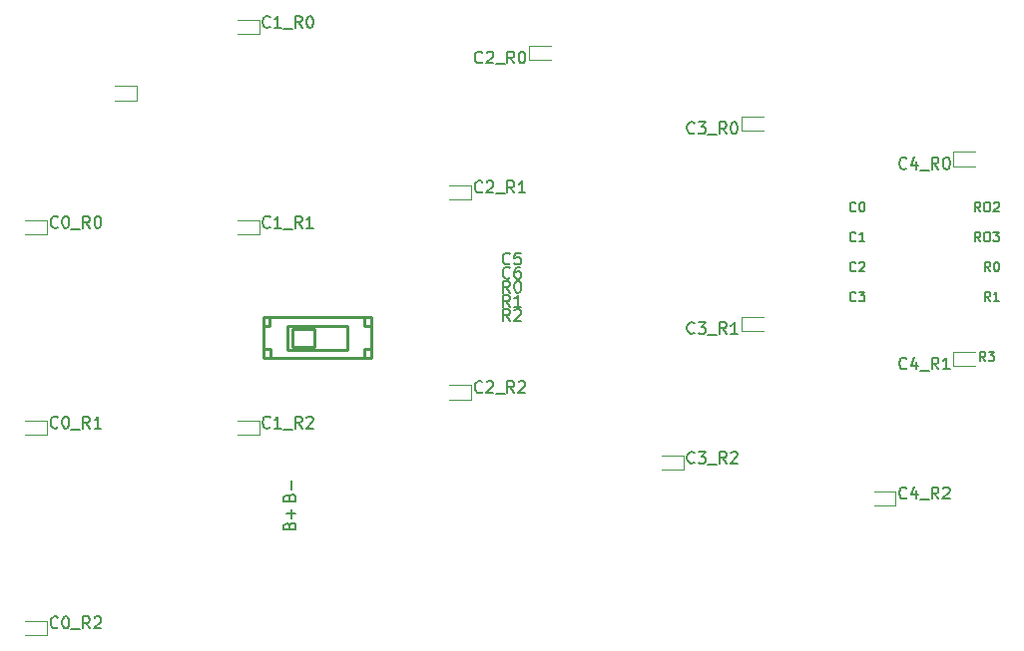
<source format=gbr>
%TF.GenerationSoftware,KiCad,Pcbnew,7.0.6-0*%
%TF.CreationDate,2023-08-01T13:28:47+08:00*%
%TF.ProjectId,left,6c656674-2e6b-4696-9361-645f70636258,v1.0.0*%
%TF.SameCoordinates,Original*%
%TF.FileFunction,Legend,Bot*%
%TF.FilePolarity,Positive*%
%FSLAX46Y46*%
G04 Gerber Fmt 4.6, Leading zero omitted, Abs format (unit mm)*
G04 Created by KiCad (PCBNEW 7.0.6-0) date 2023-08-01 13:28:47*
%MOMM*%
%LPD*%
G01*
G04 APERTURE LIST*
%ADD10C,0.150000*%
%ADD11C,0.120000*%
%ADD12C,0.254000*%
G04 APERTURE END LIST*
D10*
X70476190Y41640419D02*
X70428571Y41592800D01*
X70428571Y41592800D02*
X70285714Y41545180D01*
X70285714Y41545180D02*
X70190476Y41545180D01*
X70190476Y41545180D02*
X70047619Y41592800D01*
X70047619Y41592800D02*
X69952381Y41688038D01*
X69952381Y41688038D02*
X69904762Y41783276D01*
X69904762Y41783276D02*
X69857143Y41973752D01*
X69857143Y41973752D02*
X69857143Y42116609D01*
X69857143Y42116609D02*
X69904762Y42307085D01*
X69904762Y42307085D02*
X69952381Y42402323D01*
X69952381Y42402323D02*
X70047619Y42497561D01*
X70047619Y42497561D02*
X70190476Y42545180D01*
X70190476Y42545180D02*
X70285714Y42545180D01*
X70285714Y42545180D02*
X70428571Y42497561D01*
X70428571Y42497561D02*
X70476190Y42449942D01*
X71333333Y42211847D02*
X71333333Y41545180D01*
X71095238Y42592800D02*
X70857143Y41878514D01*
X70857143Y41878514D02*
X71476190Y41878514D01*
X71619048Y41449942D02*
X72380952Y41449942D01*
X73190476Y41545180D02*
X72857143Y42021371D01*
X72619048Y41545180D02*
X72619048Y42545180D01*
X72619048Y42545180D02*
X73000000Y42545180D01*
X73000000Y42545180D02*
X73095238Y42497561D01*
X73095238Y42497561D02*
X73142857Y42449942D01*
X73142857Y42449942D02*
X73190476Y42354704D01*
X73190476Y42354704D02*
X73190476Y42211847D01*
X73190476Y42211847D02*
X73142857Y42116609D01*
X73142857Y42116609D02*
X73095238Y42068990D01*
X73095238Y42068990D02*
X73000000Y42021371D01*
X73000000Y42021371D02*
X72619048Y42021371D01*
X73809524Y42545180D02*
X73904762Y42545180D01*
X73904762Y42545180D02*
X74000000Y42497561D01*
X74000000Y42497561D02*
X74047619Y42449942D01*
X74047619Y42449942D02*
X74095238Y42354704D01*
X74095238Y42354704D02*
X74142857Y42164228D01*
X74142857Y42164228D02*
X74142857Y41926133D01*
X74142857Y41926133D02*
X74095238Y41735657D01*
X74095238Y41735657D02*
X74047619Y41640419D01*
X74047619Y41640419D02*
X74000000Y41592800D01*
X74000000Y41592800D02*
X73904762Y41545180D01*
X73904762Y41545180D02*
X73809524Y41545180D01*
X73809524Y41545180D02*
X73714286Y41592800D01*
X73714286Y41592800D02*
X73666667Y41640419D01*
X73666667Y41640419D02*
X73619048Y41735657D01*
X73619048Y41735657D02*
X73571429Y41926133D01*
X73571429Y41926133D02*
X73571429Y42164228D01*
X73571429Y42164228D02*
X73619048Y42354704D01*
X73619048Y42354704D02*
X73666667Y42449942D01*
X73666667Y42449942D02*
X73714286Y42497561D01*
X73714286Y42497561D02*
X73809524Y42545180D01*
X70476190Y24640419D02*
X70428571Y24592800D01*
X70428571Y24592800D02*
X70285714Y24545180D01*
X70285714Y24545180D02*
X70190476Y24545180D01*
X70190476Y24545180D02*
X70047619Y24592800D01*
X70047619Y24592800D02*
X69952381Y24688038D01*
X69952381Y24688038D02*
X69904762Y24783276D01*
X69904762Y24783276D02*
X69857143Y24973752D01*
X69857143Y24973752D02*
X69857143Y25116609D01*
X69857143Y25116609D02*
X69904762Y25307085D01*
X69904762Y25307085D02*
X69952381Y25402323D01*
X69952381Y25402323D02*
X70047619Y25497561D01*
X70047619Y25497561D02*
X70190476Y25545180D01*
X70190476Y25545180D02*
X70285714Y25545180D01*
X70285714Y25545180D02*
X70428571Y25497561D01*
X70428571Y25497561D02*
X70476190Y25449942D01*
X71333333Y25211847D02*
X71333333Y24545180D01*
X71095238Y25592800D02*
X70857143Y24878514D01*
X70857143Y24878514D02*
X71476190Y24878514D01*
X71619048Y24449942D02*
X72380952Y24449942D01*
X73190476Y24545180D02*
X72857143Y25021371D01*
X72619048Y24545180D02*
X72619048Y25545180D01*
X72619048Y25545180D02*
X73000000Y25545180D01*
X73000000Y25545180D02*
X73095238Y25497561D01*
X73095238Y25497561D02*
X73142857Y25449942D01*
X73142857Y25449942D02*
X73190476Y25354704D01*
X73190476Y25354704D02*
X73190476Y25211847D01*
X73190476Y25211847D02*
X73142857Y25116609D01*
X73142857Y25116609D02*
X73095238Y25068990D01*
X73095238Y25068990D02*
X73000000Y25021371D01*
X73000000Y25021371D02*
X72619048Y25021371D01*
X74142857Y24545180D02*
X73571429Y24545180D01*
X73857143Y24545180D02*
X73857143Y25545180D01*
X73857143Y25545180D02*
X73761905Y25402323D01*
X73761905Y25402323D02*
X73666667Y25307085D01*
X73666667Y25307085D02*
X73571429Y25259466D01*
X66166667Y38023895D02*
X66128571Y37985800D01*
X66128571Y37985800D02*
X66014286Y37947704D01*
X66014286Y37947704D02*
X65938095Y37947704D01*
X65938095Y37947704D02*
X65823809Y37985800D01*
X65823809Y37985800D02*
X65747619Y38061990D01*
X65747619Y38061990D02*
X65709524Y38138180D01*
X65709524Y38138180D02*
X65671428Y38290561D01*
X65671428Y38290561D02*
X65671428Y38404847D01*
X65671428Y38404847D02*
X65709524Y38557228D01*
X65709524Y38557228D02*
X65747619Y38633419D01*
X65747619Y38633419D02*
X65823809Y38709609D01*
X65823809Y38709609D02*
X65938095Y38747704D01*
X65938095Y38747704D02*
X66014286Y38747704D01*
X66014286Y38747704D02*
X66128571Y38709609D01*
X66128571Y38709609D02*
X66166667Y38671514D01*
X66661905Y38747704D02*
X66738095Y38747704D01*
X66738095Y38747704D02*
X66814286Y38709609D01*
X66814286Y38709609D02*
X66852381Y38671514D01*
X66852381Y38671514D02*
X66890476Y38595323D01*
X66890476Y38595323D02*
X66928571Y38442942D01*
X66928571Y38442942D02*
X66928571Y38252466D01*
X66928571Y38252466D02*
X66890476Y38100085D01*
X66890476Y38100085D02*
X66852381Y38023895D01*
X66852381Y38023895D02*
X66814286Y37985800D01*
X66814286Y37985800D02*
X66738095Y37947704D01*
X66738095Y37947704D02*
X66661905Y37947704D01*
X66661905Y37947704D02*
X66585714Y37985800D01*
X66585714Y37985800D02*
X66547619Y38023895D01*
X66547619Y38023895D02*
X66509524Y38100085D01*
X66509524Y38100085D02*
X66471428Y38252466D01*
X66471428Y38252466D02*
X66471428Y38442942D01*
X66471428Y38442942D02*
X66509524Y38595323D01*
X66509524Y38595323D02*
X66547619Y38671514D01*
X66547619Y38671514D02*
X66585714Y38709609D01*
X66585714Y38709609D02*
X66661905Y38747704D01*
X66166667Y35483895D02*
X66128571Y35445800D01*
X66128571Y35445800D02*
X66014286Y35407704D01*
X66014286Y35407704D02*
X65938095Y35407704D01*
X65938095Y35407704D02*
X65823809Y35445800D01*
X65823809Y35445800D02*
X65747619Y35521990D01*
X65747619Y35521990D02*
X65709524Y35598180D01*
X65709524Y35598180D02*
X65671428Y35750561D01*
X65671428Y35750561D02*
X65671428Y35864847D01*
X65671428Y35864847D02*
X65709524Y36017228D01*
X65709524Y36017228D02*
X65747619Y36093419D01*
X65747619Y36093419D02*
X65823809Y36169609D01*
X65823809Y36169609D02*
X65938095Y36207704D01*
X65938095Y36207704D02*
X66014286Y36207704D01*
X66014286Y36207704D02*
X66128571Y36169609D01*
X66128571Y36169609D02*
X66166667Y36131514D01*
X66928571Y35407704D02*
X66471428Y35407704D01*
X66700000Y35407704D02*
X66700000Y36207704D01*
X66700000Y36207704D02*
X66623809Y36093419D01*
X66623809Y36093419D02*
X66547619Y36017228D01*
X66547619Y36017228D02*
X66471428Y35979133D01*
X66166667Y32943895D02*
X66128571Y32905800D01*
X66128571Y32905800D02*
X66014286Y32867704D01*
X66014286Y32867704D02*
X65938095Y32867704D01*
X65938095Y32867704D02*
X65823809Y32905800D01*
X65823809Y32905800D02*
X65747619Y32981990D01*
X65747619Y32981990D02*
X65709524Y33058180D01*
X65709524Y33058180D02*
X65671428Y33210561D01*
X65671428Y33210561D02*
X65671428Y33324847D01*
X65671428Y33324847D02*
X65709524Y33477228D01*
X65709524Y33477228D02*
X65747619Y33553419D01*
X65747619Y33553419D02*
X65823809Y33629609D01*
X65823809Y33629609D02*
X65938095Y33667704D01*
X65938095Y33667704D02*
X66014286Y33667704D01*
X66014286Y33667704D02*
X66128571Y33629609D01*
X66128571Y33629609D02*
X66166667Y33591514D01*
X66471428Y33591514D02*
X66509524Y33629609D01*
X66509524Y33629609D02*
X66585714Y33667704D01*
X66585714Y33667704D02*
X66776190Y33667704D01*
X66776190Y33667704D02*
X66852381Y33629609D01*
X66852381Y33629609D02*
X66890476Y33591514D01*
X66890476Y33591514D02*
X66928571Y33515323D01*
X66928571Y33515323D02*
X66928571Y33439133D01*
X66928571Y33439133D02*
X66890476Y33324847D01*
X66890476Y33324847D02*
X66433333Y32867704D01*
X66433333Y32867704D02*
X66928571Y32867704D01*
X66166667Y30403895D02*
X66128571Y30365800D01*
X66128571Y30365800D02*
X66014286Y30327704D01*
X66014286Y30327704D02*
X65938095Y30327704D01*
X65938095Y30327704D02*
X65823809Y30365800D01*
X65823809Y30365800D02*
X65747619Y30441990D01*
X65747619Y30441990D02*
X65709524Y30518180D01*
X65709524Y30518180D02*
X65671428Y30670561D01*
X65671428Y30670561D02*
X65671428Y30784847D01*
X65671428Y30784847D02*
X65709524Y30937228D01*
X65709524Y30937228D02*
X65747619Y31013419D01*
X65747619Y31013419D02*
X65823809Y31089609D01*
X65823809Y31089609D02*
X65938095Y31127704D01*
X65938095Y31127704D02*
X66014286Y31127704D01*
X66014286Y31127704D02*
X66128571Y31089609D01*
X66128571Y31089609D02*
X66166667Y31051514D01*
X66433333Y31127704D02*
X66928571Y31127704D01*
X66928571Y31127704D02*
X66661905Y30822942D01*
X66661905Y30822942D02*
X66776190Y30822942D01*
X66776190Y30822942D02*
X66852381Y30784847D01*
X66852381Y30784847D02*
X66890476Y30746752D01*
X66890476Y30746752D02*
X66928571Y30670561D01*
X66928571Y30670561D02*
X66928571Y30480085D01*
X66928571Y30480085D02*
X66890476Y30403895D01*
X66890476Y30403895D02*
X66852381Y30365800D01*
X66852381Y30365800D02*
X66776190Y30327704D01*
X66776190Y30327704D02*
X66547619Y30327704D01*
X66547619Y30327704D02*
X66471428Y30365800D01*
X66471428Y30365800D02*
X66433333Y30403895D01*
X76747619Y37947704D02*
X76480952Y38328657D01*
X76290476Y37947704D02*
X76290476Y38747704D01*
X76290476Y38747704D02*
X76595238Y38747704D01*
X76595238Y38747704D02*
X76671428Y38709609D01*
X76671428Y38709609D02*
X76709523Y38671514D01*
X76709523Y38671514D02*
X76747619Y38595323D01*
X76747619Y38595323D02*
X76747619Y38481038D01*
X76747619Y38481038D02*
X76709523Y38404847D01*
X76709523Y38404847D02*
X76671428Y38366752D01*
X76671428Y38366752D02*
X76595238Y38328657D01*
X76595238Y38328657D02*
X76290476Y38328657D01*
X77242857Y38747704D02*
X77395238Y38747704D01*
X77395238Y38747704D02*
X77471428Y38709609D01*
X77471428Y38709609D02*
X77547619Y38633419D01*
X77547619Y38633419D02*
X77585714Y38481038D01*
X77585714Y38481038D02*
X77585714Y38214371D01*
X77585714Y38214371D02*
X77547619Y38061990D01*
X77547619Y38061990D02*
X77471428Y37985800D01*
X77471428Y37985800D02*
X77395238Y37947704D01*
X77395238Y37947704D02*
X77242857Y37947704D01*
X77242857Y37947704D02*
X77166666Y37985800D01*
X77166666Y37985800D02*
X77090476Y38061990D01*
X77090476Y38061990D02*
X77052380Y38214371D01*
X77052380Y38214371D02*
X77052380Y38481038D01*
X77052380Y38481038D02*
X77090476Y38633419D01*
X77090476Y38633419D02*
X77166666Y38709609D01*
X77166666Y38709609D02*
X77242857Y38747704D01*
X77890475Y38671514D02*
X77928571Y38709609D01*
X77928571Y38709609D02*
X78004761Y38747704D01*
X78004761Y38747704D02*
X78195237Y38747704D01*
X78195237Y38747704D02*
X78271428Y38709609D01*
X78271428Y38709609D02*
X78309523Y38671514D01*
X78309523Y38671514D02*
X78347618Y38595323D01*
X78347618Y38595323D02*
X78347618Y38519133D01*
X78347618Y38519133D02*
X78309523Y38404847D01*
X78309523Y38404847D02*
X77852380Y37947704D01*
X77852380Y37947704D02*
X78347618Y37947704D01*
X76747619Y35407704D02*
X76480952Y35788657D01*
X76290476Y35407704D02*
X76290476Y36207704D01*
X76290476Y36207704D02*
X76595238Y36207704D01*
X76595238Y36207704D02*
X76671428Y36169609D01*
X76671428Y36169609D02*
X76709523Y36131514D01*
X76709523Y36131514D02*
X76747619Y36055323D01*
X76747619Y36055323D02*
X76747619Y35941038D01*
X76747619Y35941038D02*
X76709523Y35864847D01*
X76709523Y35864847D02*
X76671428Y35826752D01*
X76671428Y35826752D02*
X76595238Y35788657D01*
X76595238Y35788657D02*
X76290476Y35788657D01*
X77242857Y36207704D02*
X77395238Y36207704D01*
X77395238Y36207704D02*
X77471428Y36169609D01*
X77471428Y36169609D02*
X77547619Y36093419D01*
X77547619Y36093419D02*
X77585714Y35941038D01*
X77585714Y35941038D02*
X77585714Y35674371D01*
X77585714Y35674371D02*
X77547619Y35521990D01*
X77547619Y35521990D02*
X77471428Y35445800D01*
X77471428Y35445800D02*
X77395238Y35407704D01*
X77395238Y35407704D02*
X77242857Y35407704D01*
X77242857Y35407704D02*
X77166666Y35445800D01*
X77166666Y35445800D02*
X77090476Y35521990D01*
X77090476Y35521990D02*
X77052380Y35674371D01*
X77052380Y35674371D02*
X77052380Y35941038D01*
X77052380Y35941038D02*
X77090476Y36093419D01*
X77090476Y36093419D02*
X77166666Y36169609D01*
X77166666Y36169609D02*
X77242857Y36207704D01*
X77852380Y36207704D02*
X78347618Y36207704D01*
X78347618Y36207704D02*
X78080952Y35902942D01*
X78080952Y35902942D02*
X78195237Y35902942D01*
X78195237Y35902942D02*
X78271428Y35864847D01*
X78271428Y35864847D02*
X78309523Y35826752D01*
X78309523Y35826752D02*
X78347618Y35750561D01*
X78347618Y35750561D02*
X78347618Y35560085D01*
X78347618Y35560085D02*
X78309523Y35483895D01*
X78309523Y35483895D02*
X78271428Y35445800D01*
X78271428Y35445800D02*
X78195237Y35407704D01*
X78195237Y35407704D02*
X77966666Y35407704D01*
X77966666Y35407704D02*
X77890475Y35445800D01*
X77890475Y35445800D02*
X77852380Y35483895D01*
X77566667Y32867704D02*
X77300000Y33248657D01*
X77109524Y32867704D02*
X77109524Y33667704D01*
X77109524Y33667704D02*
X77414286Y33667704D01*
X77414286Y33667704D02*
X77490476Y33629609D01*
X77490476Y33629609D02*
X77528571Y33591514D01*
X77528571Y33591514D02*
X77566667Y33515323D01*
X77566667Y33515323D02*
X77566667Y33401038D01*
X77566667Y33401038D02*
X77528571Y33324847D01*
X77528571Y33324847D02*
X77490476Y33286752D01*
X77490476Y33286752D02*
X77414286Y33248657D01*
X77414286Y33248657D02*
X77109524Y33248657D01*
X78061905Y33667704D02*
X78138095Y33667704D01*
X78138095Y33667704D02*
X78214286Y33629609D01*
X78214286Y33629609D02*
X78252381Y33591514D01*
X78252381Y33591514D02*
X78290476Y33515323D01*
X78290476Y33515323D02*
X78328571Y33362942D01*
X78328571Y33362942D02*
X78328571Y33172466D01*
X78328571Y33172466D02*
X78290476Y33020085D01*
X78290476Y33020085D02*
X78252381Y32943895D01*
X78252381Y32943895D02*
X78214286Y32905800D01*
X78214286Y32905800D02*
X78138095Y32867704D01*
X78138095Y32867704D02*
X78061905Y32867704D01*
X78061905Y32867704D02*
X77985714Y32905800D01*
X77985714Y32905800D02*
X77947619Y32943895D01*
X77947619Y32943895D02*
X77909524Y33020085D01*
X77909524Y33020085D02*
X77871428Y33172466D01*
X77871428Y33172466D02*
X77871428Y33362942D01*
X77871428Y33362942D02*
X77909524Y33515323D01*
X77909524Y33515323D02*
X77947619Y33591514D01*
X77947619Y33591514D02*
X77985714Y33629609D01*
X77985714Y33629609D02*
X78061905Y33667704D01*
X77566667Y30327704D02*
X77300000Y30708657D01*
X77109524Y30327704D02*
X77109524Y31127704D01*
X77109524Y31127704D02*
X77414286Y31127704D01*
X77414286Y31127704D02*
X77490476Y31089609D01*
X77490476Y31089609D02*
X77528571Y31051514D01*
X77528571Y31051514D02*
X77566667Y30975323D01*
X77566667Y30975323D02*
X77566667Y30861038D01*
X77566667Y30861038D02*
X77528571Y30784847D01*
X77528571Y30784847D02*
X77490476Y30746752D01*
X77490476Y30746752D02*
X77414286Y30708657D01*
X77414286Y30708657D02*
X77109524Y30708657D01*
X78328571Y30327704D02*
X77871428Y30327704D01*
X78100000Y30327704D02*
X78100000Y31127704D01*
X78100000Y31127704D02*
X78023809Y31013419D01*
X78023809Y31013419D02*
X77947619Y30937228D01*
X77947619Y30937228D02*
X77871428Y30899133D01*
X77166667Y25247704D02*
X76900000Y25628657D01*
X76709524Y25247704D02*
X76709524Y26047704D01*
X76709524Y26047704D02*
X77014286Y26047704D01*
X77014286Y26047704D02*
X77090476Y26009609D01*
X77090476Y26009609D02*
X77128571Y25971514D01*
X77128571Y25971514D02*
X77166667Y25895323D01*
X77166667Y25895323D02*
X77166667Y25781038D01*
X77166667Y25781038D02*
X77128571Y25704847D01*
X77128571Y25704847D02*
X77090476Y25666752D01*
X77090476Y25666752D02*
X77014286Y25628657D01*
X77014286Y25628657D02*
X76709524Y25628657D01*
X77433333Y26047704D02*
X77928571Y26047704D01*
X77928571Y26047704D02*
X77661905Y25742942D01*
X77661905Y25742942D02*
X77776190Y25742942D01*
X77776190Y25742942D02*
X77852381Y25704847D01*
X77852381Y25704847D02*
X77890476Y25666752D01*
X77890476Y25666752D02*
X77928571Y25590561D01*
X77928571Y25590561D02*
X77928571Y25400085D01*
X77928571Y25400085D02*
X77890476Y25323895D01*
X77890476Y25323895D02*
X77852381Y25285800D01*
X77852381Y25285800D02*
X77776190Y25247704D01*
X77776190Y25247704D02*
X77547619Y25247704D01*
X77547619Y25247704D02*
X77471428Y25285800D01*
X77471428Y25285800D02*
X77433333Y25323895D01*
X18131009Y11252381D02*
X18178628Y11395238D01*
X18178628Y11395238D02*
X18226247Y11442857D01*
X18226247Y11442857D02*
X18321485Y11490476D01*
X18321485Y11490476D02*
X18464342Y11490476D01*
X18464342Y11490476D02*
X18559580Y11442857D01*
X18559580Y11442857D02*
X18607200Y11395238D01*
X18607200Y11395238D02*
X18654819Y11300000D01*
X18654819Y11300000D02*
X18654819Y10919048D01*
X18654819Y10919048D02*
X17654819Y10919048D01*
X17654819Y10919048D02*
X17654819Y11252381D01*
X17654819Y11252381D02*
X17702438Y11347619D01*
X17702438Y11347619D02*
X17750057Y11395238D01*
X17750057Y11395238D02*
X17845295Y11442857D01*
X17845295Y11442857D02*
X17940533Y11442857D01*
X17940533Y11442857D02*
X18035771Y11395238D01*
X18035771Y11395238D02*
X18083390Y11347619D01*
X18083390Y11347619D02*
X18131009Y11252381D01*
X18131009Y11252381D02*
X18131009Y10919048D01*
X18273866Y11919048D02*
X18273866Y12680953D01*
X18654819Y12300000D02*
X17892914Y12300000D01*
X18131009Y13652381D02*
X18178628Y13795238D01*
X18178628Y13795238D02*
X18226247Y13842857D01*
X18226247Y13842857D02*
X18321485Y13890476D01*
X18321485Y13890476D02*
X18464342Y13890476D01*
X18464342Y13890476D02*
X18559580Y13842857D01*
X18559580Y13842857D02*
X18607200Y13795238D01*
X18607200Y13795238D02*
X18654819Y13700000D01*
X18654819Y13700000D02*
X18654819Y13319048D01*
X18654819Y13319048D02*
X17654819Y13319048D01*
X17654819Y13319048D02*
X17654819Y13652381D01*
X17654819Y13652381D02*
X17702438Y13747619D01*
X17702438Y13747619D02*
X17750057Y13795238D01*
X17750057Y13795238D02*
X17845295Y13842857D01*
X17845295Y13842857D02*
X17940533Y13842857D01*
X17940533Y13842857D02*
X18035771Y13795238D01*
X18035771Y13795238D02*
X18083390Y13747619D01*
X18083390Y13747619D02*
X18131009Y13652381D01*
X18131009Y13652381D02*
X18131009Y13319048D01*
X18273866Y14319048D02*
X18273866Y15080953D01*
X36833333Y28645180D02*
X36500000Y29121371D01*
X36261905Y28645180D02*
X36261905Y29645180D01*
X36261905Y29645180D02*
X36642857Y29645180D01*
X36642857Y29645180D02*
X36738095Y29597561D01*
X36738095Y29597561D02*
X36785714Y29549942D01*
X36785714Y29549942D02*
X36833333Y29454704D01*
X36833333Y29454704D02*
X36833333Y29311847D01*
X36833333Y29311847D02*
X36785714Y29216609D01*
X36785714Y29216609D02*
X36738095Y29168990D01*
X36738095Y29168990D02*
X36642857Y29121371D01*
X36642857Y29121371D02*
X36261905Y29121371D01*
X37214286Y29549942D02*
X37261905Y29597561D01*
X37261905Y29597561D02*
X37357143Y29645180D01*
X37357143Y29645180D02*
X37595238Y29645180D01*
X37595238Y29645180D02*
X37690476Y29597561D01*
X37690476Y29597561D02*
X37738095Y29549942D01*
X37738095Y29549942D02*
X37785714Y29454704D01*
X37785714Y29454704D02*
X37785714Y29359466D01*
X37785714Y29359466D02*
X37738095Y29216609D01*
X37738095Y29216609D02*
X37166667Y28645180D01*
X37166667Y28645180D02*
X37785714Y28645180D01*
X36833333Y29845180D02*
X36500000Y30321371D01*
X36261905Y29845180D02*
X36261905Y30845180D01*
X36261905Y30845180D02*
X36642857Y30845180D01*
X36642857Y30845180D02*
X36738095Y30797561D01*
X36738095Y30797561D02*
X36785714Y30749942D01*
X36785714Y30749942D02*
X36833333Y30654704D01*
X36833333Y30654704D02*
X36833333Y30511847D01*
X36833333Y30511847D02*
X36785714Y30416609D01*
X36785714Y30416609D02*
X36738095Y30368990D01*
X36738095Y30368990D02*
X36642857Y30321371D01*
X36642857Y30321371D02*
X36261905Y30321371D01*
X37785714Y29845180D02*
X37214286Y29845180D01*
X37500000Y29845180D02*
X37500000Y30845180D01*
X37500000Y30845180D02*
X37404762Y30702323D01*
X37404762Y30702323D02*
X37309524Y30607085D01*
X37309524Y30607085D02*
X37214286Y30559466D01*
X36833333Y31045180D02*
X36500000Y31521371D01*
X36261905Y31045180D02*
X36261905Y32045180D01*
X36261905Y32045180D02*
X36642857Y32045180D01*
X36642857Y32045180D02*
X36738095Y31997561D01*
X36738095Y31997561D02*
X36785714Y31949942D01*
X36785714Y31949942D02*
X36833333Y31854704D01*
X36833333Y31854704D02*
X36833333Y31711847D01*
X36833333Y31711847D02*
X36785714Y31616609D01*
X36785714Y31616609D02*
X36738095Y31568990D01*
X36738095Y31568990D02*
X36642857Y31521371D01*
X36642857Y31521371D02*
X36261905Y31521371D01*
X37452381Y32045180D02*
X37547619Y32045180D01*
X37547619Y32045180D02*
X37642857Y31997561D01*
X37642857Y31997561D02*
X37690476Y31949942D01*
X37690476Y31949942D02*
X37738095Y31854704D01*
X37738095Y31854704D02*
X37785714Y31664228D01*
X37785714Y31664228D02*
X37785714Y31426133D01*
X37785714Y31426133D02*
X37738095Y31235657D01*
X37738095Y31235657D02*
X37690476Y31140419D01*
X37690476Y31140419D02*
X37642857Y31092800D01*
X37642857Y31092800D02*
X37547619Y31045180D01*
X37547619Y31045180D02*
X37452381Y31045180D01*
X37452381Y31045180D02*
X37357143Y31092800D01*
X37357143Y31092800D02*
X37309524Y31140419D01*
X37309524Y31140419D02*
X37261905Y31235657D01*
X37261905Y31235657D02*
X37214286Y31426133D01*
X37214286Y31426133D02*
X37214286Y31664228D01*
X37214286Y31664228D02*
X37261905Y31854704D01*
X37261905Y31854704D02*
X37309524Y31949942D01*
X37309524Y31949942D02*
X37357143Y31997561D01*
X37357143Y31997561D02*
X37452381Y32045180D01*
X36833333Y32340419D02*
X36785714Y32292800D01*
X36785714Y32292800D02*
X36642857Y32245180D01*
X36642857Y32245180D02*
X36547619Y32245180D01*
X36547619Y32245180D02*
X36404762Y32292800D01*
X36404762Y32292800D02*
X36309524Y32388038D01*
X36309524Y32388038D02*
X36261905Y32483276D01*
X36261905Y32483276D02*
X36214286Y32673752D01*
X36214286Y32673752D02*
X36214286Y32816609D01*
X36214286Y32816609D02*
X36261905Y33007085D01*
X36261905Y33007085D02*
X36309524Y33102323D01*
X36309524Y33102323D02*
X36404762Y33197561D01*
X36404762Y33197561D02*
X36547619Y33245180D01*
X36547619Y33245180D02*
X36642857Y33245180D01*
X36642857Y33245180D02*
X36785714Y33197561D01*
X36785714Y33197561D02*
X36833333Y33149942D01*
X37690476Y33245180D02*
X37500000Y33245180D01*
X37500000Y33245180D02*
X37404762Y33197561D01*
X37404762Y33197561D02*
X37357143Y33149942D01*
X37357143Y33149942D02*
X37261905Y33007085D01*
X37261905Y33007085D02*
X37214286Y32816609D01*
X37214286Y32816609D02*
X37214286Y32435657D01*
X37214286Y32435657D02*
X37261905Y32340419D01*
X37261905Y32340419D02*
X37309524Y32292800D01*
X37309524Y32292800D02*
X37404762Y32245180D01*
X37404762Y32245180D02*
X37595238Y32245180D01*
X37595238Y32245180D02*
X37690476Y32292800D01*
X37690476Y32292800D02*
X37738095Y32340419D01*
X37738095Y32340419D02*
X37785714Y32435657D01*
X37785714Y32435657D02*
X37785714Y32673752D01*
X37785714Y32673752D02*
X37738095Y32768990D01*
X37738095Y32768990D02*
X37690476Y32816609D01*
X37690476Y32816609D02*
X37595238Y32864228D01*
X37595238Y32864228D02*
X37404762Y32864228D01*
X37404762Y32864228D02*
X37309524Y32816609D01*
X37309524Y32816609D02*
X37261905Y32768990D01*
X37261905Y32768990D02*
X37214286Y32673752D01*
X36833333Y33540419D02*
X36785714Y33492800D01*
X36785714Y33492800D02*
X36642857Y33445180D01*
X36642857Y33445180D02*
X36547619Y33445180D01*
X36547619Y33445180D02*
X36404762Y33492800D01*
X36404762Y33492800D02*
X36309524Y33588038D01*
X36309524Y33588038D02*
X36261905Y33683276D01*
X36261905Y33683276D02*
X36214286Y33873752D01*
X36214286Y33873752D02*
X36214286Y34016609D01*
X36214286Y34016609D02*
X36261905Y34207085D01*
X36261905Y34207085D02*
X36309524Y34302323D01*
X36309524Y34302323D02*
X36404762Y34397561D01*
X36404762Y34397561D02*
X36547619Y34445180D01*
X36547619Y34445180D02*
X36642857Y34445180D01*
X36642857Y34445180D02*
X36785714Y34397561D01*
X36785714Y34397561D02*
X36833333Y34349942D01*
X37738095Y34445180D02*
X37261905Y34445180D01*
X37261905Y34445180D02*
X37214286Y33968990D01*
X37214286Y33968990D02*
X37261905Y34016609D01*
X37261905Y34016609D02*
X37357143Y34064228D01*
X37357143Y34064228D02*
X37595238Y34064228D01*
X37595238Y34064228D02*
X37690476Y34016609D01*
X37690476Y34016609D02*
X37738095Y33968990D01*
X37738095Y33968990D02*
X37785714Y33873752D01*
X37785714Y33873752D02*
X37785714Y33635657D01*
X37785714Y33635657D02*
X37738095Y33540419D01*
X37738095Y33540419D02*
X37690476Y33492800D01*
X37690476Y33492800D02*
X37595238Y33445180D01*
X37595238Y33445180D02*
X37357143Y33445180D01*
X37357143Y33445180D02*
X37261905Y33492800D01*
X37261905Y33492800D02*
X37214286Y33540419D01*
X-1523809Y36640419D02*
X-1571428Y36592800D01*
X-1571428Y36592800D02*
X-1714285Y36545180D01*
X-1714285Y36545180D02*
X-1809523Y36545180D01*
X-1809523Y36545180D02*
X-1952380Y36592800D01*
X-1952380Y36592800D02*
X-2047618Y36688038D01*
X-2047618Y36688038D02*
X-2095237Y36783276D01*
X-2095237Y36783276D02*
X-2142856Y36973752D01*
X-2142856Y36973752D02*
X-2142856Y37116609D01*
X-2142856Y37116609D02*
X-2095237Y37307085D01*
X-2095237Y37307085D02*
X-2047618Y37402323D01*
X-2047618Y37402323D02*
X-1952380Y37497561D01*
X-1952380Y37497561D02*
X-1809523Y37545180D01*
X-1809523Y37545180D02*
X-1714285Y37545180D01*
X-1714285Y37545180D02*
X-1571428Y37497561D01*
X-1571428Y37497561D02*
X-1523809Y37449942D01*
X-904761Y37545180D02*
X-809523Y37545180D01*
X-809523Y37545180D02*
X-714285Y37497561D01*
X-714285Y37497561D02*
X-666666Y37449942D01*
X-666666Y37449942D02*
X-619047Y37354704D01*
X-619047Y37354704D02*
X-571428Y37164228D01*
X-571428Y37164228D02*
X-571428Y36926133D01*
X-571428Y36926133D02*
X-619047Y36735657D01*
X-619047Y36735657D02*
X-666666Y36640419D01*
X-666666Y36640419D02*
X-714285Y36592800D01*
X-714285Y36592800D02*
X-809523Y36545180D01*
X-809523Y36545180D02*
X-904761Y36545180D01*
X-904761Y36545180D02*
X-999999Y36592800D01*
X-999999Y36592800D02*
X-1047618Y36640419D01*
X-1047618Y36640419D02*
X-1095237Y36735657D01*
X-1095237Y36735657D02*
X-1142856Y36926133D01*
X-1142856Y36926133D02*
X-1142856Y37164228D01*
X-1142856Y37164228D02*
X-1095237Y37354704D01*
X-1095237Y37354704D02*
X-1047618Y37449942D01*
X-1047618Y37449942D02*
X-999999Y37497561D01*
X-999999Y37497561D02*
X-904761Y37545180D01*
X-380952Y36449942D02*
X380952Y36449942D01*
X1190476Y36545180D02*
X857143Y37021371D01*
X619048Y36545180D02*
X619048Y37545180D01*
X619048Y37545180D02*
X1000000Y37545180D01*
X1000000Y37545180D02*
X1095238Y37497561D01*
X1095238Y37497561D02*
X1142857Y37449942D01*
X1142857Y37449942D02*
X1190476Y37354704D01*
X1190476Y37354704D02*
X1190476Y37211847D01*
X1190476Y37211847D02*
X1142857Y37116609D01*
X1142857Y37116609D02*
X1095238Y37068990D01*
X1095238Y37068990D02*
X1000000Y37021371D01*
X1000000Y37021371D02*
X619048Y37021371D01*
X1809524Y37545180D02*
X1904762Y37545180D01*
X1904762Y37545180D02*
X2000000Y37497561D01*
X2000000Y37497561D02*
X2047619Y37449942D01*
X2047619Y37449942D02*
X2095238Y37354704D01*
X2095238Y37354704D02*
X2142857Y37164228D01*
X2142857Y37164228D02*
X2142857Y36926133D01*
X2142857Y36926133D02*
X2095238Y36735657D01*
X2095238Y36735657D02*
X2047619Y36640419D01*
X2047619Y36640419D02*
X2000000Y36592800D01*
X2000000Y36592800D02*
X1904762Y36545180D01*
X1904762Y36545180D02*
X1809524Y36545180D01*
X1809524Y36545180D02*
X1714286Y36592800D01*
X1714286Y36592800D02*
X1666667Y36640419D01*
X1666667Y36640419D02*
X1619048Y36735657D01*
X1619048Y36735657D02*
X1571429Y36926133D01*
X1571429Y36926133D02*
X1571429Y37164228D01*
X1571429Y37164228D02*
X1619048Y37354704D01*
X1619048Y37354704D02*
X1666667Y37449942D01*
X1666667Y37449942D02*
X1714286Y37497561D01*
X1714286Y37497561D02*
X1809524Y37545180D01*
X-1523809Y19640419D02*
X-1571428Y19592800D01*
X-1571428Y19592800D02*
X-1714285Y19545180D01*
X-1714285Y19545180D02*
X-1809523Y19545180D01*
X-1809523Y19545180D02*
X-1952380Y19592800D01*
X-1952380Y19592800D02*
X-2047618Y19688038D01*
X-2047618Y19688038D02*
X-2095237Y19783276D01*
X-2095237Y19783276D02*
X-2142856Y19973752D01*
X-2142856Y19973752D02*
X-2142856Y20116609D01*
X-2142856Y20116609D02*
X-2095237Y20307085D01*
X-2095237Y20307085D02*
X-2047618Y20402323D01*
X-2047618Y20402323D02*
X-1952380Y20497561D01*
X-1952380Y20497561D02*
X-1809523Y20545180D01*
X-1809523Y20545180D02*
X-1714285Y20545180D01*
X-1714285Y20545180D02*
X-1571428Y20497561D01*
X-1571428Y20497561D02*
X-1523809Y20449942D01*
X-904761Y20545180D02*
X-809523Y20545180D01*
X-809523Y20545180D02*
X-714285Y20497561D01*
X-714285Y20497561D02*
X-666666Y20449942D01*
X-666666Y20449942D02*
X-619047Y20354704D01*
X-619047Y20354704D02*
X-571428Y20164228D01*
X-571428Y20164228D02*
X-571428Y19926133D01*
X-571428Y19926133D02*
X-619047Y19735657D01*
X-619047Y19735657D02*
X-666666Y19640419D01*
X-666666Y19640419D02*
X-714285Y19592800D01*
X-714285Y19592800D02*
X-809523Y19545180D01*
X-809523Y19545180D02*
X-904761Y19545180D01*
X-904761Y19545180D02*
X-999999Y19592800D01*
X-999999Y19592800D02*
X-1047618Y19640419D01*
X-1047618Y19640419D02*
X-1095237Y19735657D01*
X-1095237Y19735657D02*
X-1142856Y19926133D01*
X-1142856Y19926133D02*
X-1142856Y20164228D01*
X-1142856Y20164228D02*
X-1095237Y20354704D01*
X-1095237Y20354704D02*
X-1047618Y20449942D01*
X-1047618Y20449942D02*
X-999999Y20497561D01*
X-999999Y20497561D02*
X-904761Y20545180D01*
X-380952Y19449942D02*
X380952Y19449942D01*
X1190476Y19545180D02*
X857143Y20021371D01*
X619048Y19545180D02*
X619048Y20545180D01*
X619048Y20545180D02*
X1000000Y20545180D01*
X1000000Y20545180D02*
X1095238Y20497561D01*
X1095238Y20497561D02*
X1142857Y20449942D01*
X1142857Y20449942D02*
X1190476Y20354704D01*
X1190476Y20354704D02*
X1190476Y20211847D01*
X1190476Y20211847D02*
X1142857Y20116609D01*
X1142857Y20116609D02*
X1095238Y20068990D01*
X1095238Y20068990D02*
X1000000Y20021371D01*
X1000000Y20021371D02*
X619048Y20021371D01*
X2142857Y19545180D02*
X1571429Y19545180D01*
X1857143Y19545180D02*
X1857143Y20545180D01*
X1857143Y20545180D02*
X1761905Y20402323D01*
X1761905Y20402323D02*
X1666667Y20307085D01*
X1666667Y20307085D02*
X1571429Y20259466D01*
X-1523809Y2640419D02*
X-1571428Y2592800D01*
X-1571428Y2592800D02*
X-1714285Y2545180D01*
X-1714285Y2545180D02*
X-1809523Y2545180D01*
X-1809523Y2545180D02*
X-1952380Y2592800D01*
X-1952380Y2592800D02*
X-2047618Y2688038D01*
X-2047618Y2688038D02*
X-2095237Y2783276D01*
X-2095237Y2783276D02*
X-2142856Y2973752D01*
X-2142856Y2973752D02*
X-2142856Y3116609D01*
X-2142856Y3116609D02*
X-2095237Y3307085D01*
X-2095237Y3307085D02*
X-2047618Y3402323D01*
X-2047618Y3402323D02*
X-1952380Y3497561D01*
X-1952380Y3497561D02*
X-1809523Y3545180D01*
X-1809523Y3545180D02*
X-1714285Y3545180D01*
X-1714285Y3545180D02*
X-1571428Y3497561D01*
X-1571428Y3497561D02*
X-1523809Y3449942D01*
X-904761Y3545180D02*
X-809523Y3545180D01*
X-809523Y3545180D02*
X-714285Y3497561D01*
X-714285Y3497561D02*
X-666666Y3449942D01*
X-666666Y3449942D02*
X-619047Y3354704D01*
X-619047Y3354704D02*
X-571428Y3164228D01*
X-571428Y3164228D02*
X-571428Y2926133D01*
X-571428Y2926133D02*
X-619047Y2735657D01*
X-619047Y2735657D02*
X-666666Y2640419D01*
X-666666Y2640419D02*
X-714285Y2592800D01*
X-714285Y2592800D02*
X-809523Y2545180D01*
X-809523Y2545180D02*
X-904761Y2545180D01*
X-904761Y2545180D02*
X-999999Y2592800D01*
X-999999Y2592800D02*
X-1047618Y2640419D01*
X-1047618Y2640419D02*
X-1095237Y2735657D01*
X-1095237Y2735657D02*
X-1142856Y2926133D01*
X-1142856Y2926133D02*
X-1142856Y3164228D01*
X-1142856Y3164228D02*
X-1095237Y3354704D01*
X-1095237Y3354704D02*
X-1047618Y3449942D01*
X-1047618Y3449942D02*
X-999999Y3497561D01*
X-999999Y3497561D02*
X-904761Y3545180D01*
X-380952Y2449942D02*
X380952Y2449942D01*
X1190476Y2545180D02*
X857143Y3021371D01*
X619048Y2545180D02*
X619048Y3545180D01*
X619048Y3545180D02*
X1000000Y3545180D01*
X1000000Y3545180D02*
X1095238Y3497561D01*
X1095238Y3497561D02*
X1142857Y3449942D01*
X1142857Y3449942D02*
X1190476Y3354704D01*
X1190476Y3354704D02*
X1190476Y3211847D01*
X1190476Y3211847D02*
X1142857Y3116609D01*
X1142857Y3116609D02*
X1095238Y3068990D01*
X1095238Y3068990D02*
X1000000Y3021371D01*
X1000000Y3021371D02*
X619048Y3021371D01*
X1571429Y3449942D02*
X1619048Y3497561D01*
X1619048Y3497561D02*
X1714286Y3545180D01*
X1714286Y3545180D02*
X1952381Y3545180D01*
X1952381Y3545180D02*
X2047619Y3497561D01*
X2047619Y3497561D02*
X2095238Y3449942D01*
X2095238Y3449942D02*
X2142857Y3354704D01*
X2142857Y3354704D02*
X2142857Y3259466D01*
X2142857Y3259466D02*
X2095238Y3116609D01*
X2095238Y3116609D02*
X1523810Y2545180D01*
X1523810Y2545180D02*
X2142857Y2545180D01*
X16476190Y53640419D02*
X16428571Y53592800D01*
X16428571Y53592800D02*
X16285714Y53545180D01*
X16285714Y53545180D02*
X16190476Y53545180D01*
X16190476Y53545180D02*
X16047619Y53592800D01*
X16047619Y53592800D02*
X15952381Y53688038D01*
X15952381Y53688038D02*
X15904762Y53783276D01*
X15904762Y53783276D02*
X15857143Y53973752D01*
X15857143Y53973752D02*
X15857143Y54116609D01*
X15857143Y54116609D02*
X15904762Y54307085D01*
X15904762Y54307085D02*
X15952381Y54402323D01*
X15952381Y54402323D02*
X16047619Y54497561D01*
X16047619Y54497561D02*
X16190476Y54545180D01*
X16190476Y54545180D02*
X16285714Y54545180D01*
X16285714Y54545180D02*
X16428571Y54497561D01*
X16428571Y54497561D02*
X16476190Y54449942D01*
X17428571Y53545180D02*
X16857143Y53545180D01*
X17142857Y53545180D02*
X17142857Y54545180D01*
X17142857Y54545180D02*
X17047619Y54402323D01*
X17047619Y54402323D02*
X16952381Y54307085D01*
X16952381Y54307085D02*
X16857143Y54259466D01*
X17619048Y53449942D02*
X18380952Y53449942D01*
X19190476Y53545180D02*
X18857143Y54021371D01*
X18619048Y53545180D02*
X18619048Y54545180D01*
X18619048Y54545180D02*
X19000000Y54545180D01*
X19000000Y54545180D02*
X19095238Y54497561D01*
X19095238Y54497561D02*
X19142857Y54449942D01*
X19142857Y54449942D02*
X19190476Y54354704D01*
X19190476Y54354704D02*
X19190476Y54211847D01*
X19190476Y54211847D02*
X19142857Y54116609D01*
X19142857Y54116609D02*
X19095238Y54068990D01*
X19095238Y54068990D02*
X19000000Y54021371D01*
X19000000Y54021371D02*
X18619048Y54021371D01*
X19809524Y54545180D02*
X19904762Y54545180D01*
X19904762Y54545180D02*
X20000000Y54497561D01*
X20000000Y54497561D02*
X20047619Y54449942D01*
X20047619Y54449942D02*
X20095238Y54354704D01*
X20095238Y54354704D02*
X20142857Y54164228D01*
X20142857Y54164228D02*
X20142857Y53926133D01*
X20142857Y53926133D02*
X20095238Y53735657D01*
X20095238Y53735657D02*
X20047619Y53640419D01*
X20047619Y53640419D02*
X20000000Y53592800D01*
X20000000Y53592800D02*
X19904762Y53545180D01*
X19904762Y53545180D02*
X19809524Y53545180D01*
X19809524Y53545180D02*
X19714286Y53592800D01*
X19714286Y53592800D02*
X19666667Y53640419D01*
X19666667Y53640419D02*
X19619048Y53735657D01*
X19619048Y53735657D02*
X19571429Y53926133D01*
X19571429Y53926133D02*
X19571429Y54164228D01*
X19571429Y54164228D02*
X19619048Y54354704D01*
X19619048Y54354704D02*
X19666667Y54449942D01*
X19666667Y54449942D02*
X19714286Y54497561D01*
X19714286Y54497561D02*
X19809524Y54545180D01*
X16476190Y36640419D02*
X16428571Y36592800D01*
X16428571Y36592800D02*
X16285714Y36545180D01*
X16285714Y36545180D02*
X16190476Y36545180D01*
X16190476Y36545180D02*
X16047619Y36592800D01*
X16047619Y36592800D02*
X15952381Y36688038D01*
X15952381Y36688038D02*
X15904762Y36783276D01*
X15904762Y36783276D02*
X15857143Y36973752D01*
X15857143Y36973752D02*
X15857143Y37116609D01*
X15857143Y37116609D02*
X15904762Y37307085D01*
X15904762Y37307085D02*
X15952381Y37402323D01*
X15952381Y37402323D02*
X16047619Y37497561D01*
X16047619Y37497561D02*
X16190476Y37545180D01*
X16190476Y37545180D02*
X16285714Y37545180D01*
X16285714Y37545180D02*
X16428571Y37497561D01*
X16428571Y37497561D02*
X16476190Y37449942D01*
X17428571Y36545180D02*
X16857143Y36545180D01*
X17142857Y36545180D02*
X17142857Y37545180D01*
X17142857Y37545180D02*
X17047619Y37402323D01*
X17047619Y37402323D02*
X16952381Y37307085D01*
X16952381Y37307085D02*
X16857143Y37259466D01*
X17619048Y36449942D02*
X18380952Y36449942D01*
X19190476Y36545180D02*
X18857143Y37021371D01*
X18619048Y36545180D02*
X18619048Y37545180D01*
X18619048Y37545180D02*
X19000000Y37545180D01*
X19000000Y37545180D02*
X19095238Y37497561D01*
X19095238Y37497561D02*
X19142857Y37449942D01*
X19142857Y37449942D02*
X19190476Y37354704D01*
X19190476Y37354704D02*
X19190476Y37211847D01*
X19190476Y37211847D02*
X19142857Y37116609D01*
X19142857Y37116609D02*
X19095238Y37068990D01*
X19095238Y37068990D02*
X19000000Y37021371D01*
X19000000Y37021371D02*
X18619048Y37021371D01*
X20142857Y36545180D02*
X19571429Y36545180D01*
X19857143Y36545180D02*
X19857143Y37545180D01*
X19857143Y37545180D02*
X19761905Y37402323D01*
X19761905Y37402323D02*
X19666667Y37307085D01*
X19666667Y37307085D02*
X19571429Y37259466D01*
X16476190Y19640419D02*
X16428571Y19592800D01*
X16428571Y19592800D02*
X16285714Y19545180D01*
X16285714Y19545180D02*
X16190476Y19545180D01*
X16190476Y19545180D02*
X16047619Y19592800D01*
X16047619Y19592800D02*
X15952381Y19688038D01*
X15952381Y19688038D02*
X15904762Y19783276D01*
X15904762Y19783276D02*
X15857143Y19973752D01*
X15857143Y19973752D02*
X15857143Y20116609D01*
X15857143Y20116609D02*
X15904762Y20307085D01*
X15904762Y20307085D02*
X15952381Y20402323D01*
X15952381Y20402323D02*
X16047619Y20497561D01*
X16047619Y20497561D02*
X16190476Y20545180D01*
X16190476Y20545180D02*
X16285714Y20545180D01*
X16285714Y20545180D02*
X16428571Y20497561D01*
X16428571Y20497561D02*
X16476190Y20449942D01*
X17428571Y19545180D02*
X16857143Y19545180D01*
X17142857Y19545180D02*
X17142857Y20545180D01*
X17142857Y20545180D02*
X17047619Y20402323D01*
X17047619Y20402323D02*
X16952381Y20307085D01*
X16952381Y20307085D02*
X16857143Y20259466D01*
X17619048Y19449942D02*
X18380952Y19449942D01*
X19190476Y19545180D02*
X18857143Y20021371D01*
X18619048Y19545180D02*
X18619048Y20545180D01*
X18619048Y20545180D02*
X19000000Y20545180D01*
X19000000Y20545180D02*
X19095238Y20497561D01*
X19095238Y20497561D02*
X19142857Y20449942D01*
X19142857Y20449942D02*
X19190476Y20354704D01*
X19190476Y20354704D02*
X19190476Y20211847D01*
X19190476Y20211847D02*
X19142857Y20116609D01*
X19142857Y20116609D02*
X19095238Y20068990D01*
X19095238Y20068990D02*
X19000000Y20021371D01*
X19000000Y20021371D02*
X18619048Y20021371D01*
X19571429Y20449942D02*
X19619048Y20497561D01*
X19619048Y20497561D02*
X19714286Y20545180D01*
X19714286Y20545180D02*
X19952381Y20545180D01*
X19952381Y20545180D02*
X20047619Y20497561D01*
X20047619Y20497561D02*
X20095238Y20449942D01*
X20095238Y20449942D02*
X20142857Y20354704D01*
X20142857Y20354704D02*
X20142857Y20259466D01*
X20142857Y20259466D02*
X20095238Y20116609D01*
X20095238Y20116609D02*
X19523810Y19545180D01*
X19523810Y19545180D02*
X20142857Y19545180D01*
X34476190Y50640419D02*
X34428571Y50592800D01*
X34428571Y50592800D02*
X34285714Y50545180D01*
X34285714Y50545180D02*
X34190476Y50545180D01*
X34190476Y50545180D02*
X34047619Y50592800D01*
X34047619Y50592800D02*
X33952381Y50688038D01*
X33952381Y50688038D02*
X33904762Y50783276D01*
X33904762Y50783276D02*
X33857143Y50973752D01*
X33857143Y50973752D02*
X33857143Y51116609D01*
X33857143Y51116609D02*
X33904762Y51307085D01*
X33904762Y51307085D02*
X33952381Y51402323D01*
X33952381Y51402323D02*
X34047619Y51497561D01*
X34047619Y51497561D02*
X34190476Y51545180D01*
X34190476Y51545180D02*
X34285714Y51545180D01*
X34285714Y51545180D02*
X34428571Y51497561D01*
X34428571Y51497561D02*
X34476190Y51449942D01*
X34857143Y51449942D02*
X34904762Y51497561D01*
X34904762Y51497561D02*
X35000000Y51545180D01*
X35000000Y51545180D02*
X35238095Y51545180D01*
X35238095Y51545180D02*
X35333333Y51497561D01*
X35333333Y51497561D02*
X35380952Y51449942D01*
X35380952Y51449942D02*
X35428571Y51354704D01*
X35428571Y51354704D02*
X35428571Y51259466D01*
X35428571Y51259466D02*
X35380952Y51116609D01*
X35380952Y51116609D02*
X34809524Y50545180D01*
X34809524Y50545180D02*
X35428571Y50545180D01*
X35619048Y50449942D02*
X36380952Y50449942D01*
X37190476Y50545180D02*
X36857143Y51021371D01*
X36619048Y50545180D02*
X36619048Y51545180D01*
X36619048Y51545180D02*
X37000000Y51545180D01*
X37000000Y51545180D02*
X37095238Y51497561D01*
X37095238Y51497561D02*
X37142857Y51449942D01*
X37142857Y51449942D02*
X37190476Y51354704D01*
X37190476Y51354704D02*
X37190476Y51211847D01*
X37190476Y51211847D02*
X37142857Y51116609D01*
X37142857Y51116609D02*
X37095238Y51068990D01*
X37095238Y51068990D02*
X37000000Y51021371D01*
X37000000Y51021371D02*
X36619048Y51021371D01*
X37809524Y51545180D02*
X37904762Y51545180D01*
X37904762Y51545180D02*
X38000000Y51497561D01*
X38000000Y51497561D02*
X38047619Y51449942D01*
X38047619Y51449942D02*
X38095238Y51354704D01*
X38095238Y51354704D02*
X38142857Y51164228D01*
X38142857Y51164228D02*
X38142857Y50926133D01*
X38142857Y50926133D02*
X38095238Y50735657D01*
X38095238Y50735657D02*
X38047619Y50640419D01*
X38047619Y50640419D02*
X38000000Y50592800D01*
X38000000Y50592800D02*
X37904762Y50545180D01*
X37904762Y50545180D02*
X37809524Y50545180D01*
X37809524Y50545180D02*
X37714286Y50592800D01*
X37714286Y50592800D02*
X37666667Y50640419D01*
X37666667Y50640419D02*
X37619048Y50735657D01*
X37619048Y50735657D02*
X37571429Y50926133D01*
X37571429Y50926133D02*
X37571429Y51164228D01*
X37571429Y51164228D02*
X37619048Y51354704D01*
X37619048Y51354704D02*
X37666667Y51449942D01*
X37666667Y51449942D02*
X37714286Y51497561D01*
X37714286Y51497561D02*
X37809524Y51545180D01*
X34476190Y39640419D02*
X34428571Y39592800D01*
X34428571Y39592800D02*
X34285714Y39545180D01*
X34285714Y39545180D02*
X34190476Y39545180D01*
X34190476Y39545180D02*
X34047619Y39592800D01*
X34047619Y39592800D02*
X33952381Y39688038D01*
X33952381Y39688038D02*
X33904762Y39783276D01*
X33904762Y39783276D02*
X33857143Y39973752D01*
X33857143Y39973752D02*
X33857143Y40116609D01*
X33857143Y40116609D02*
X33904762Y40307085D01*
X33904762Y40307085D02*
X33952381Y40402323D01*
X33952381Y40402323D02*
X34047619Y40497561D01*
X34047619Y40497561D02*
X34190476Y40545180D01*
X34190476Y40545180D02*
X34285714Y40545180D01*
X34285714Y40545180D02*
X34428571Y40497561D01*
X34428571Y40497561D02*
X34476190Y40449942D01*
X34857143Y40449942D02*
X34904762Y40497561D01*
X34904762Y40497561D02*
X35000000Y40545180D01*
X35000000Y40545180D02*
X35238095Y40545180D01*
X35238095Y40545180D02*
X35333333Y40497561D01*
X35333333Y40497561D02*
X35380952Y40449942D01*
X35380952Y40449942D02*
X35428571Y40354704D01*
X35428571Y40354704D02*
X35428571Y40259466D01*
X35428571Y40259466D02*
X35380952Y40116609D01*
X35380952Y40116609D02*
X34809524Y39545180D01*
X34809524Y39545180D02*
X35428571Y39545180D01*
X35619048Y39449942D02*
X36380952Y39449942D01*
X37190476Y39545180D02*
X36857143Y40021371D01*
X36619048Y39545180D02*
X36619048Y40545180D01*
X36619048Y40545180D02*
X37000000Y40545180D01*
X37000000Y40545180D02*
X37095238Y40497561D01*
X37095238Y40497561D02*
X37142857Y40449942D01*
X37142857Y40449942D02*
X37190476Y40354704D01*
X37190476Y40354704D02*
X37190476Y40211847D01*
X37190476Y40211847D02*
X37142857Y40116609D01*
X37142857Y40116609D02*
X37095238Y40068990D01*
X37095238Y40068990D02*
X37000000Y40021371D01*
X37000000Y40021371D02*
X36619048Y40021371D01*
X38142857Y39545180D02*
X37571429Y39545180D01*
X37857143Y39545180D02*
X37857143Y40545180D01*
X37857143Y40545180D02*
X37761905Y40402323D01*
X37761905Y40402323D02*
X37666667Y40307085D01*
X37666667Y40307085D02*
X37571429Y40259466D01*
X34476190Y22640419D02*
X34428571Y22592800D01*
X34428571Y22592800D02*
X34285714Y22545180D01*
X34285714Y22545180D02*
X34190476Y22545180D01*
X34190476Y22545180D02*
X34047619Y22592800D01*
X34047619Y22592800D02*
X33952381Y22688038D01*
X33952381Y22688038D02*
X33904762Y22783276D01*
X33904762Y22783276D02*
X33857143Y22973752D01*
X33857143Y22973752D02*
X33857143Y23116609D01*
X33857143Y23116609D02*
X33904762Y23307085D01*
X33904762Y23307085D02*
X33952381Y23402323D01*
X33952381Y23402323D02*
X34047619Y23497561D01*
X34047619Y23497561D02*
X34190476Y23545180D01*
X34190476Y23545180D02*
X34285714Y23545180D01*
X34285714Y23545180D02*
X34428571Y23497561D01*
X34428571Y23497561D02*
X34476190Y23449942D01*
X34857143Y23449942D02*
X34904762Y23497561D01*
X34904762Y23497561D02*
X35000000Y23545180D01*
X35000000Y23545180D02*
X35238095Y23545180D01*
X35238095Y23545180D02*
X35333333Y23497561D01*
X35333333Y23497561D02*
X35380952Y23449942D01*
X35380952Y23449942D02*
X35428571Y23354704D01*
X35428571Y23354704D02*
X35428571Y23259466D01*
X35428571Y23259466D02*
X35380952Y23116609D01*
X35380952Y23116609D02*
X34809524Y22545180D01*
X34809524Y22545180D02*
X35428571Y22545180D01*
X35619048Y22449942D02*
X36380952Y22449942D01*
X37190476Y22545180D02*
X36857143Y23021371D01*
X36619048Y22545180D02*
X36619048Y23545180D01*
X36619048Y23545180D02*
X37000000Y23545180D01*
X37000000Y23545180D02*
X37095238Y23497561D01*
X37095238Y23497561D02*
X37142857Y23449942D01*
X37142857Y23449942D02*
X37190476Y23354704D01*
X37190476Y23354704D02*
X37190476Y23211847D01*
X37190476Y23211847D02*
X37142857Y23116609D01*
X37142857Y23116609D02*
X37095238Y23068990D01*
X37095238Y23068990D02*
X37000000Y23021371D01*
X37000000Y23021371D02*
X36619048Y23021371D01*
X37571429Y23449942D02*
X37619048Y23497561D01*
X37619048Y23497561D02*
X37714286Y23545180D01*
X37714286Y23545180D02*
X37952381Y23545180D01*
X37952381Y23545180D02*
X38047619Y23497561D01*
X38047619Y23497561D02*
X38095238Y23449942D01*
X38095238Y23449942D02*
X38142857Y23354704D01*
X38142857Y23354704D02*
X38142857Y23259466D01*
X38142857Y23259466D02*
X38095238Y23116609D01*
X38095238Y23116609D02*
X37523810Y22545180D01*
X37523810Y22545180D02*
X38142857Y22545180D01*
X52476190Y44640419D02*
X52428571Y44592800D01*
X52428571Y44592800D02*
X52285714Y44545180D01*
X52285714Y44545180D02*
X52190476Y44545180D01*
X52190476Y44545180D02*
X52047619Y44592800D01*
X52047619Y44592800D02*
X51952381Y44688038D01*
X51952381Y44688038D02*
X51904762Y44783276D01*
X51904762Y44783276D02*
X51857143Y44973752D01*
X51857143Y44973752D02*
X51857143Y45116609D01*
X51857143Y45116609D02*
X51904762Y45307085D01*
X51904762Y45307085D02*
X51952381Y45402323D01*
X51952381Y45402323D02*
X52047619Y45497561D01*
X52047619Y45497561D02*
X52190476Y45545180D01*
X52190476Y45545180D02*
X52285714Y45545180D01*
X52285714Y45545180D02*
X52428571Y45497561D01*
X52428571Y45497561D02*
X52476190Y45449942D01*
X52809524Y45545180D02*
X53428571Y45545180D01*
X53428571Y45545180D02*
X53095238Y45164228D01*
X53095238Y45164228D02*
X53238095Y45164228D01*
X53238095Y45164228D02*
X53333333Y45116609D01*
X53333333Y45116609D02*
X53380952Y45068990D01*
X53380952Y45068990D02*
X53428571Y44973752D01*
X53428571Y44973752D02*
X53428571Y44735657D01*
X53428571Y44735657D02*
X53380952Y44640419D01*
X53380952Y44640419D02*
X53333333Y44592800D01*
X53333333Y44592800D02*
X53238095Y44545180D01*
X53238095Y44545180D02*
X52952381Y44545180D01*
X52952381Y44545180D02*
X52857143Y44592800D01*
X52857143Y44592800D02*
X52809524Y44640419D01*
X53619048Y44449942D02*
X54380952Y44449942D01*
X55190476Y44545180D02*
X54857143Y45021371D01*
X54619048Y44545180D02*
X54619048Y45545180D01*
X54619048Y45545180D02*
X55000000Y45545180D01*
X55000000Y45545180D02*
X55095238Y45497561D01*
X55095238Y45497561D02*
X55142857Y45449942D01*
X55142857Y45449942D02*
X55190476Y45354704D01*
X55190476Y45354704D02*
X55190476Y45211847D01*
X55190476Y45211847D02*
X55142857Y45116609D01*
X55142857Y45116609D02*
X55095238Y45068990D01*
X55095238Y45068990D02*
X55000000Y45021371D01*
X55000000Y45021371D02*
X54619048Y45021371D01*
X55809524Y45545180D02*
X55904762Y45545180D01*
X55904762Y45545180D02*
X56000000Y45497561D01*
X56000000Y45497561D02*
X56047619Y45449942D01*
X56047619Y45449942D02*
X56095238Y45354704D01*
X56095238Y45354704D02*
X56142857Y45164228D01*
X56142857Y45164228D02*
X56142857Y44926133D01*
X56142857Y44926133D02*
X56095238Y44735657D01*
X56095238Y44735657D02*
X56047619Y44640419D01*
X56047619Y44640419D02*
X56000000Y44592800D01*
X56000000Y44592800D02*
X55904762Y44545180D01*
X55904762Y44545180D02*
X55809524Y44545180D01*
X55809524Y44545180D02*
X55714286Y44592800D01*
X55714286Y44592800D02*
X55666667Y44640419D01*
X55666667Y44640419D02*
X55619048Y44735657D01*
X55619048Y44735657D02*
X55571429Y44926133D01*
X55571429Y44926133D02*
X55571429Y45164228D01*
X55571429Y45164228D02*
X55619048Y45354704D01*
X55619048Y45354704D02*
X55666667Y45449942D01*
X55666667Y45449942D02*
X55714286Y45497561D01*
X55714286Y45497561D02*
X55809524Y45545180D01*
X52476190Y27640419D02*
X52428571Y27592800D01*
X52428571Y27592800D02*
X52285714Y27545180D01*
X52285714Y27545180D02*
X52190476Y27545180D01*
X52190476Y27545180D02*
X52047619Y27592800D01*
X52047619Y27592800D02*
X51952381Y27688038D01*
X51952381Y27688038D02*
X51904762Y27783276D01*
X51904762Y27783276D02*
X51857143Y27973752D01*
X51857143Y27973752D02*
X51857143Y28116609D01*
X51857143Y28116609D02*
X51904762Y28307085D01*
X51904762Y28307085D02*
X51952381Y28402323D01*
X51952381Y28402323D02*
X52047619Y28497561D01*
X52047619Y28497561D02*
X52190476Y28545180D01*
X52190476Y28545180D02*
X52285714Y28545180D01*
X52285714Y28545180D02*
X52428571Y28497561D01*
X52428571Y28497561D02*
X52476190Y28449942D01*
X52809524Y28545180D02*
X53428571Y28545180D01*
X53428571Y28545180D02*
X53095238Y28164228D01*
X53095238Y28164228D02*
X53238095Y28164228D01*
X53238095Y28164228D02*
X53333333Y28116609D01*
X53333333Y28116609D02*
X53380952Y28068990D01*
X53380952Y28068990D02*
X53428571Y27973752D01*
X53428571Y27973752D02*
X53428571Y27735657D01*
X53428571Y27735657D02*
X53380952Y27640419D01*
X53380952Y27640419D02*
X53333333Y27592800D01*
X53333333Y27592800D02*
X53238095Y27545180D01*
X53238095Y27545180D02*
X52952381Y27545180D01*
X52952381Y27545180D02*
X52857143Y27592800D01*
X52857143Y27592800D02*
X52809524Y27640419D01*
X53619048Y27449942D02*
X54380952Y27449942D01*
X55190476Y27545180D02*
X54857143Y28021371D01*
X54619048Y27545180D02*
X54619048Y28545180D01*
X54619048Y28545180D02*
X55000000Y28545180D01*
X55000000Y28545180D02*
X55095238Y28497561D01*
X55095238Y28497561D02*
X55142857Y28449942D01*
X55142857Y28449942D02*
X55190476Y28354704D01*
X55190476Y28354704D02*
X55190476Y28211847D01*
X55190476Y28211847D02*
X55142857Y28116609D01*
X55142857Y28116609D02*
X55095238Y28068990D01*
X55095238Y28068990D02*
X55000000Y28021371D01*
X55000000Y28021371D02*
X54619048Y28021371D01*
X56142857Y27545180D02*
X55571429Y27545180D01*
X55857143Y27545180D02*
X55857143Y28545180D01*
X55857143Y28545180D02*
X55761905Y28402323D01*
X55761905Y28402323D02*
X55666667Y28307085D01*
X55666667Y28307085D02*
X55571429Y28259466D01*
X52476190Y16640419D02*
X52428571Y16592800D01*
X52428571Y16592800D02*
X52285714Y16545180D01*
X52285714Y16545180D02*
X52190476Y16545180D01*
X52190476Y16545180D02*
X52047619Y16592800D01*
X52047619Y16592800D02*
X51952381Y16688038D01*
X51952381Y16688038D02*
X51904762Y16783276D01*
X51904762Y16783276D02*
X51857143Y16973752D01*
X51857143Y16973752D02*
X51857143Y17116609D01*
X51857143Y17116609D02*
X51904762Y17307085D01*
X51904762Y17307085D02*
X51952381Y17402323D01*
X51952381Y17402323D02*
X52047619Y17497561D01*
X52047619Y17497561D02*
X52190476Y17545180D01*
X52190476Y17545180D02*
X52285714Y17545180D01*
X52285714Y17545180D02*
X52428571Y17497561D01*
X52428571Y17497561D02*
X52476190Y17449942D01*
X52809524Y17545180D02*
X53428571Y17545180D01*
X53428571Y17545180D02*
X53095238Y17164228D01*
X53095238Y17164228D02*
X53238095Y17164228D01*
X53238095Y17164228D02*
X53333333Y17116609D01*
X53333333Y17116609D02*
X53380952Y17068990D01*
X53380952Y17068990D02*
X53428571Y16973752D01*
X53428571Y16973752D02*
X53428571Y16735657D01*
X53428571Y16735657D02*
X53380952Y16640419D01*
X53380952Y16640419D02*
X53333333Y16592800D01*
X53333333Y16592800D02*
X53238095Y16545180D01*
X53238095Y16545180D02*
X52952381Y16545180D01*
X52952381Y16545180D02*
X52857143Y16592800D01*
X52857143Y16592800D02*
X52809524Y16640419D01*
X53619048Y16449942D02*
X54380952Y16449942D01*
X55190476Y16545180D02*
X54857143Y17021371D01*
X54619048Y16545180D02*
X54619048Y17545180D01*
X54619048Y17545180D02*
X55000000Y17545180D01*
X55000000Y17545180D02*
X55095238Y17497561D01*
X55095238Y17497561D02*
X55142857Y17449942D01*
X55142857Y17449942D02*
X55190476Y17354704D01*
X55190476Y17354704D02*
X55190476Y17211847D01*
X55190476Y17211847D02*
X55142857Y17116609D01*
X55142857Y17116609D02*
X55095238Y17068990D01*
X55095238Y17068990D02*
X55000000Y17021371D01*
X55000000Y17021371D02*
X54619048Y17021371D01*
X55571429Y17449942D02*
X55619048Y17497561D01*
X55619048Y17497561D02*
X55714286Y17545180D01*
X55714286Y17545180D02*
X55952381Y17545180D01*
X55952381Y17545180D02*
X56047619Y17497561D01*
X56047619Y17497561D02*
X56095238Y17449942D01*
X56095238Y17449942D02*
X56142857Y17354704D01*
X56142857Y17354704D02*
X56142857Y17259466D01*
X56142857Y17259466D02*
X56095238Y17116609D01*
X56095238Y17116609D02*
X55523810Y16545180D01*
X55523810Y16545180D02*
X56142857Y16545180D01*
X70476190Y13640419D02*
X70428571Y13592800D01*
X70428571Y13592800D02*
X70285714Y13545180D01*
X70285714Y13545180D02*
X70190476Y13545180D01*
X70190476Y13545180D02*
X70047619Y13592800D01*
X70047619Y13592800D02*
X69952381Y13688038D01*
X69952381Y13688038D02*
X69904762Y13783276D01*
X69904762Y13783276D02*
X69857143Y13973752D01*
X69857143Y13973752D02*
X69857143Y14116609D01*
X69857143Y14116609D02*
X69904762Y14307085D01*
X69904762Y14307085D02*
X69952381Y14402323D01*
X69952381Y14402323D02*
X70047619Y14497561D01*
X70047619Y14497561D02*
X70190476Y14545180D01*
X70190476Y14545180D02*
X70285714Y14545180D01*
X70285714Y14545180D02*
X70428571Y14497561D01*
X70428571Y14497561D02*
X70476190Y14449942D01*
X71333333Y14211847D02*
X71333333Y13545180D01*
X71095238Y14592800D02*
X70857143Y13878514D01*
X70857143Y13878514D02*
X71476190Y13878514D01*
X71619048Y13449942D02*
X72380952Y13449942D01*
X73190476Y13545180D02*
X72857143Y14021371D01*
X72619048Y13545180D02*
X72619048Y14545180D01*
X72619048Y14545180D02*
X73000000Y14545180D01*
X73000000Y14545180D02*
X73095238Y14497561D01*
X73095238Y14497561D02*
X73142857Y14449942D01*
X73142857Y14449942D02*
X73190476Y14354704D01*
X73190476Y14354704D02*
X73190476Y14211847D01*
X73190476Y14211847D02*
X73142857Y14116609D01*
X73142857Y14116609D02*
X73095238Y14068990D01*
X73095238Y14068990D02*
X73000000Y14021371D01*
X73000000Y14021371D02*
X72619048Y14021371D01*
X73571429Y14449942D02*
X73619048Y14497561D01*
X73619048Y14497561D02*
X73714286Y14545180D01*
X73714286Y14545180D02*
X73952381Y14545180D01*
X73952381Y14545180D02*
X74047619Y14497561D01*
X74047619Y14497561D02*
X74095238Y14449942D01*
X74095238Y14449942D02*
X74142857Y14354704D01*
X74142857Y14354704D02*
X74142857Y14259466D01*
X74142857Y14259466D02*
X74095238Y14116609D01*
X74095238Y14116609D02*
X73523810Y13545180D01*
X73523810Y13545180D02*
X74142857Y13545180D01*
D11*
%TO.C,D1*%
X76300000Y41800000D02*
X74450000Y41800000D01*
X76300000Y43000000D02*
X74450000Y43000000D01*
X74450000Y43000000D02*
X74450000Y41800000D01*
%TO.C,D2*%
X76300000Y24800000D02*
X74450000Y24800000D01*
X76300000Y26000000D02*
X74450000Y26000000D01*
X74450000Y26000000D02*
X74450000Y24800000D01*
%TO.C,D3*%
X3300000Y48600000D02*
X5150000Y48600000D01*
X3300000Y47400000D02*
X5150000Y47400000D01*
X5150000Y47400000D02*
X5150000Y48600000D01*
D12*
%TO.C,SS1*%
X15950000Y29000000D02*
X25050000Y29000000D01*
X15950000Y25500000D02*
X15950000Y29000000D01*
X16457000Y29000000D02*
X16457000Y28266000D01*
X16457000Y28266000D02*
X15950000Y28266000D01*
X16500000Y26284000D02*
X15993000Y26284000D01*
X16500000Y25550000D02*
X16500000Y26284000D01*
X17960000Y28266000D02*
X23040000Y28266000D01*
X17960000Y26234000D02*
X17960000Y28266000D01*
X18341000Y28012000D02*
X20246000Y28012000D01*
X18341000Y26488000D02*
X18341000Y28012000D01*
X20246000Y28012000D02*
X20246000Y26488000D01*
X20246000Y26488000D02*
X18341000Y26488000D01*
X23040000Y28266000D02*
X23040000Y26234000D01*
X23040000Y26234000D02*
X17960000Y26234000D01*
X24500000Y28950000D02*
X24500000Y28216000D01*
X24500000Y28216000D02*
X25007000Y28216000D01*
X24500000Y26284000D02*
X25007000Y26284000D01*
X24500000Y25550000D02*
X24500000Y26284000D01*
X25050000Y29000000D02*
X25050000Y25500000D01*
X25050000Y25500000D02*
X15950000Y25500000D01*
D11*
%TO.C,D4*%
X-4300000Y37200000D02*
X-2450000Y37200000D01*
X-4300000Y36000000D02*
X-2450000Y36000000D01*
X-2450000Y36000000D02*
X-2450000Y37200000D01*
%TO.C,D5*%
X-4300000Y20200000D02*
X-2450000Y20200000D01*
X-4300000Y19000000D02*
X-2450000Y19000000D01*
X-2450000Y19000000D02*
X-2450000Y20200000D01*
%TO.C,D6*%
X-4300000Y3200000D02*
X-2450000Y3200000D01*
X-4300000Y2000000D02*
X-2450000Y2000000D01*
X-2450000Y2000000D02*
X-2450000Y3200000D01*
%TO.C,D7*%
X13700000Y54200000D02*
X15550000Y54200000D01*
X13700000Y53000000D02*
X15550000Y53000000D01*
X15550000Y53000000D02*
X15550000Y54200000D01*
%TO.C,D8*%
X13700000Y37200000D02*
X15550000Y37200000D01*
X13700000Y36000000D02*
X15550000Y36000000D01*
X15550000Y36000000D02*
X15550000Y37200000D01*
%TO.C,D9*%
X13700000Y20200000D02*
X15550000Y20200000D01*
X13700000Y19000000D02*
X15550000Y19000000D01*
X15550000Y19000000D02*
X15550000Y20200000D01*
%TO.C,D10*%
X40300000Y50800000D02*
X38450000Y50800000D01*
X40300000Y52000000D02*
X38450000Y52000000D01*
X38450000Y52000000D02*
X38450000Y50800000D01*
%TO.C,D11*%
X31700000Y40200000D02*
X33550000Y40200000D01*
X31700000Y39000000D02*
X33550000Y39000000D01*
X33550000Y39000000D02*
X33550000Y40200000D01*
%TO.C,D12*%
X31700000Y23200000D02*
X33550000Y23200000D01*
X31700000Y22000000D02*
X33550000Y22000000D01*
X33550000Y22000000D02*
X33550000Y23200000D01*
%TO.C,D13*%
X58300000Y44800000D02*
X56450000Y44800000D01*
X58300000Y46000000D02*
X56450000Y46000000D01*
X56450000Y46000000D02*
X56450000Y44800000D01*
%TO.C,D14*%
X58300000Y27800000D02*
X56450000Y27800000D01*
X58300000Y29000000D02*
X56450000Y29000000D01*
X56450000Y29000000D02*
X56450000Y27800000D01*
%TO.C,D15*%
X49700000Y17200000D02*
X51550000Y17200000D01*
X49700000Y16000000D02*
X51550000Y16000000D01*
X51550000Y16000000D02*
X51550000Y17200000D01*
%TO.C,D16*%
X67700000Y14200000D02*
X69550000Y14200000D01*
X67700000Y13000000D02*
X69550000Y13000000D01*
X69550000Y13000000D02*
X69550000Y14200000D01*
%TD*%
M02*

</source>
